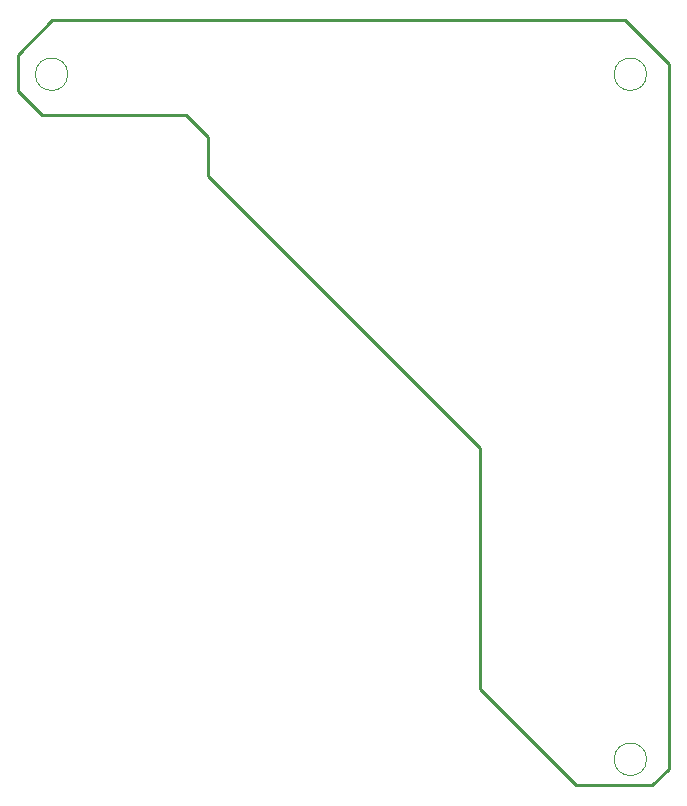
<source format=gm1>
G04*
G04 #@! TF.GenerationSoftware,Altium Limited,Altium Designer,20.0.2 (26)*
G04*
G04 Layer_Color=16711935*
%FSLAX25Y25*%
%MOIN*%
G70*
G01*
G75*
%ADD12C,0.01000*%
%ADD16C,0.00050*%
D12*
X416500Y441000D02*
Y454000D01*
X409000Y461500D02*
X416500Y454000D01*
X361000Y461500D02*
X409000D01*
X353000Y481500D02*
X364500Y493000D01*
X353000Y469500D02*
Y481500D01*
Y469500D02*
X361000Y461500D01*
X416500Y441000D02*
X436500Y421000D01*
X507000Y350500D01*
Y270000D02*
Y350500D01*
Y270000D02*
X539000Y238000D01*
X564500D01*
X570000Y243500D01*
Y478500D01*
X555500Y493000D02*
X570000Y478500D01*
X364500Y493000D02*
X555500D01*
D16*
X369657Y475004D02*
G03*
X369657Y475004I-5413J0D01*
G01*
X562571D02*
G03*
X562571Y475004I-5413J0D01*
G01*
Y246658D02*
G03*
X562571Y246658I-5413J0D01*
G01*
M02*

</source>
